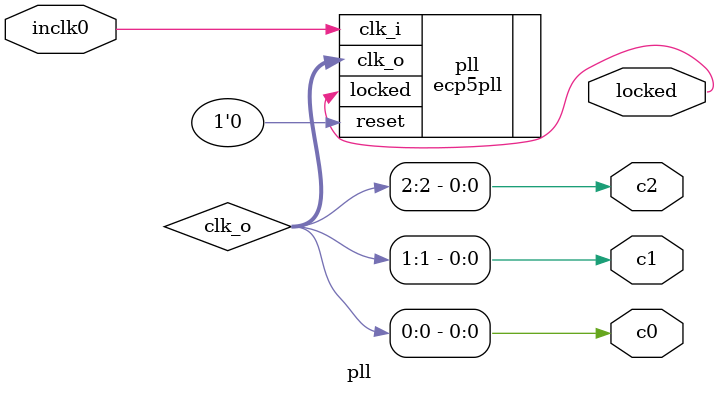
<source format=v>
module pll (
	input inclk0,
	output c0,
	output c1,
	output c2,
	output locked
);

wire [3:0] clk_o;

assign c0=clk_o[0];
assign c1=clk_o[1];
assign c2=clk_o[2];

ecp5pll
#(
	.in_hz(25000000),
	.out0_hz(100000000),
	.out0_tol_hz(1000000),
	.out0_deg(270),
	.out1_hz(100000000),
	.out1_tol_hz(1000000),
	.out1_deg(0),
	.out2_hz(50000000),
	.out2_tol_hz(1000000)
) pll (
	.clk_i(inclk0),
	.clk_o(clk_o),
	.reset(1'b0),
	.locked(locked)
);

endmodule


</source>
